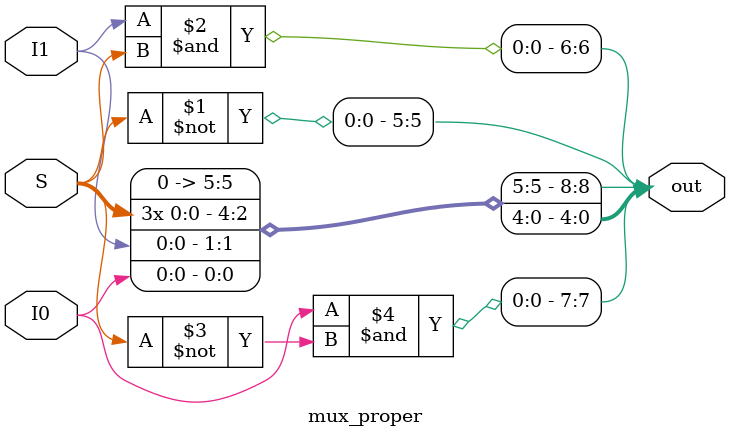
<source format=v>
`timescale 1ns / 1ps
module mux_proper(S,I0,I1,out);
	input S, I0, I1;
	output [8:0] out;
	assign out[0] = I0;
	assign out[1] = I1;
	assign out[2] = S;
	assign out[3] = S;
	assign out[4] = S;
	assign out[5] = ~S;
	assign out[6] = I1 & S;
	assign out[7] = I0 & (~S);
	assign out[8] = 0;

endmodule

</source>
